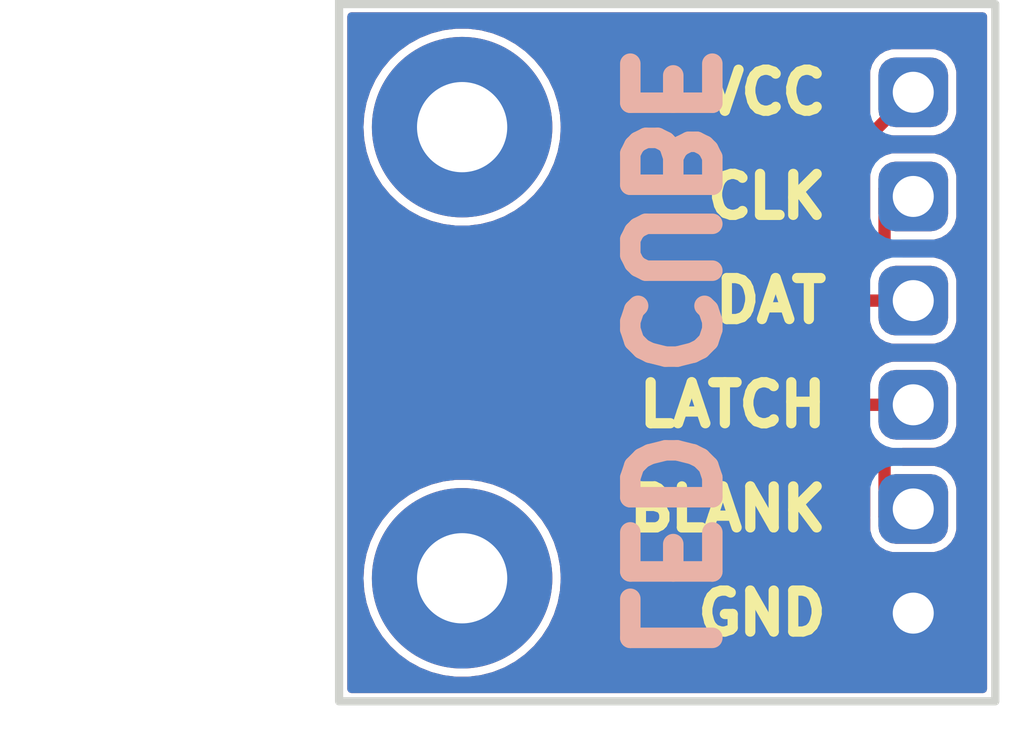
<source format=kicad_pcb>
(kicad_pcb (version 20210722) (generator pcbnew)
  (layers (0 "F.Cu" signal) (31 "B.Cu" signal) (34 "B.Paste" user) (35 "F.Paste" user) (36 "B.SilkS" user "B.Silkscreen") (37 "F.SilkS" user "F.Silkscreen") (38 "B.Mask" user) (39 "F.Mask" user) (44 "Edge.Cuts" user))
  (net 0 "")
  (net 1 "Net-(J1-Pad1)")
  (net 2 "Net-(J1-Pad2)")
  (net 3 "Net-(J1-Pad3)")
  (net 4 "Net-(J1-Pad4)")
  (net 5 "Net-(J1-Pad5)")
  (net 6 "Net-(J1-Pad6)")
  (footprint "breakout:5034800600" (layer "F.Cu") (at 117 97.5 -90)
    (fp_text reference "J2" hide)
    (fp_text value "MOLEX")
    (pad "1" smd rect locked (at -1.25 -1.4 270) (size 0.3 0.7) (layers "F.Cu" "F.Paste" "F.Mask") (net 1 "Net-(J1-Pad1)"))
    (pad "2" smd rect locked (at -0.75 -1.4 270) (size 0.3 0.7) (layers "F.Cu" "F.Paste" "F.Mask") (net 2 "Net-(J1-Pad2)"))
    (pad "3" smd rect locked (at -0.25 -1.4 270) (size 0.3 0.7) (layers "F.Cu" "F.Paste" "F.Mask") (net 3 "Net-(J1-Pad3)"))
    (pad "4" smd rect locked (at 0.25 -1.4 270) (size 0.3 0.7) (layers "F.Cu" "F.Paste" "F.Mask") (net 4 "Net-(J1-Pad4)"))
    (pad "5" smd rect locked (at 0.75 -1.4 270) (size 0.3 0.7) (layers "F.Cu" "F.Paste" "F.Mask") (net 5 "Net-(J1-Pad5)"))
    (pad "6" smd rect locked (at 1.25 -1.4 270) (size 0.3 0.7) (layers "F.Cu" "F.Paste" "F.Mask") (net 6 "Net-(J1-Pad6)"))
    (pad "SH" smd rect locked (at 2.04 1.25 270) (size 0.3 1) (layers "F.Cu" "F.Paste" "F.Mask") (net 6 "Net-(J1-Pad6)"))
    (pad "SH" smd rect locked (at -2.04 1.25 270) (size 0.3 1) (layers "F.Cu" "F.Paste" "F.Mask") (net 6 "Net-(J1-Pad6)"))
  )
  (footprint "MountingHole:MountingHole_2.2mm_M2_Pad" (layer "F.Cu") (at 117 103)
    (fp_text reference "REF**" hide)
    (fp_text value "MountingHole_2.2mm_M2_Pad")
    (pad "1" thru_hole circle locked (at 0 0) (size 4.4 4.4) (drill 2.2) (layers *.Cu *.Mask))
  )
  (footprint "Connector_PinHeader_2.54mm:PinHeader_1x06_P2.54mm_Vertical" (layer "F.Cu") (at 128 91.15)
    (fp_text reference "J1" hide)
    (fp_text value "Header")
    (pad "1" thru_hole roundrect locked (at 0 0) (size 1.7 1.7) (drill 1) (layers *.Cu *.Mask) (net 1 "Net-(J1-Pad1)"))
    (pad "2" thru_hole roundrect locked (at 0 2.54) (size 1.7 1.7) (drill 1) (layers *.Cu *.Mask) (net 2 "Net-(J1-Pad2)"))
    (pad "3" thru_hole roundrect locked (at 0 5.08) (size 1.7 1.7) (drill 1) (layers *.Cu *.Mask) (net 3 "Net-(J1-Pad3)"))
    (pad "4" thru_hole roundrect locked (at 0 7.62) (size 1.7 1.7) (drill 1) (layers *.Cu *.Mask) (net 4 "Net-(J1-Pad4)"))
    (pad "5" thru_hole roundrect locked (at 0 10.16) (size 1.7 1.7) (drill 1) (layers *.Cu *.Mask) (net 5 "Net-(J1-Pad5)"))
    (pad "6" thru_hole roundrect locked (at 0 12.7) (size 1.7 1.7) (drill 1) (layers *.Cu *.Mask) (net 6 "Net-(J1-Pad6)"))
  )
  (footprint "MountingHole:MountingHole_2.2mm_M2_Pad" (layer "F.Cu") (at 117 92)
    (fp_text reference "REF**" hide)
    (fp_text value "MountingHole_2.2mm_M2_Pad")
    (pad "1" thru_hole circle locked (at 0 0) (size 4.4 4.4) (drill 2.2) (layers *.Cu *.Mask))
  )
  (gr_rect (start 114 89) (end 130 106) (layer "Edge.Cuts") (width 0.2) (fill none))
  (gr_text "LED CUBE" (at 122 97.5 270) (layer "B.SilkS") (effects (font (size 2 2) (thickness 0.5)) (justify mirror)))
  (gr_text "VCC" (at 126 91.15) (layer "F.SilkS") (effects (font (size 1 1) (thickness 0.25)) (justify right)))
  (gr_text "LATCH" (at 126 98.77) (layer "F.SilkS") (effects (font (size 1 1) (thickness 0.25)) (justify right)))
  (gr_text "GND" (at 126 103.85) (layer "F.SilkS") (effects (font (size 1 1) (thickness 0.25)) (justify right)))
  (gr_text "CLK" (at 126 93.69) (layer "F.SilkS") (effects (font (size 1 1) (thickness 0.25)) (justify right)))
  (gr_text "DAT" (at 126 96.23) (layer "F.SilkS") (effects (font (size 1 1) (thickness 0.25)) (justify right)))
  (gr_text "BLANK" (at 126 101.31) (layer "F.SilkS") (effects (font (size 1 1) (thickness 0.25)) (justify right)))
  (segment (start 125.328236 96.25) (end 126.80048 94.777756) (width 0.3) (layer "F.Cu") (net 1))
  (segment (start 118.4 96.25) (end 125.328236 96.25) (width 0.3) (layer "F.Cu") (net 1))
  (segment (start 126.80048 94.777756) (end 126.80048 92.34952) (width 0.3) (layer "F.Cu") (net 1))
  (segment (start 126.80048 92.34952) (end 128 91.15) (width 0.3) (layer "F.Cu") (net 1))
  (segment (start 127.81 93.5) (end 128 93.69) (width 0.3) (layer "F.Cu") (net 2))
  (segment (start 125.535144 96.74952) (end 127.3 94.984663) (width 0.3) (layer "F.Cu") (net 2))
  (segment (start 127.3 94.984663) (end 127.299999 93.5) (width 0.3) (layer "F.Cu") (net 2))
  (segment (start 127.299999 93.5) (end 127.81 93.5) (width 0.3) (layer "F.Cu") (net 2))
  (segment (start 119.25048 96.74952) (end 125.535144 96.74952) (width 0.3) (layer "F.Cu") (net 2))
  (segment (start 119.25 96.75) (end 119.25048 96.74952) (width 0.3) (layer "F.Cu") (net 2))
  (segment (start 118.4 96.75) (end 119.25 96.75) (width 0.3) (layer "F.Cu") (net 2))
  (segment (start 125.741092 97.25) (end 126.761091 96.23) (width 0.3) (layer "F.Cu") (net 3))
  (segment (start 126.761091 96.23) (end 128 96.23) (width 0.3) (layer "F.Cu") (net 3))
  (segment (start 118.4 97.25) (end 125.741092 97.25) (width 0.3) (layer "F.Cu") (net 3))
  (segment (start 126.761091 98.77) (end 128 98.77) (width 0.3) (layer "F.Cu") (net 4))
  (segment (start 125.741092 97.75) (end 126.761091 98.77) (width 0.3) (layer "F.Cu") (net 4))
  (segment (start 118.4 97.75) (end 125.741092 97.75) (width 0.3) (layer "F.Cu") (net 4))
  (segment (start 127.299999 101.5) (end 127.81 101.5) (width 0.3) (layer "F.Cu") (net 5))
  (segment (start 127.81 101.5) (end 128 101.31) (width 0.3) (layer "F.Cu") (net 5))
  (segment (start 127.3 100.015337) (end 127.299999 101.5) (width 0.3) (layer "F.Cu") (net 5))
  (segment (start 118.4 98.25) (end 125.534664 98.25) (width 0.3) (layer "F.Cu") (net 5))
  (segment (start 125.534664 98.25) (end 127.3 100.015337) (width 0.3) (layer "F.Cu") (net 5))
  (segment (start 126.80048 102.65048) (end 128 103.85) (width 0.3) (layer "F.Cu") (net 6))
  (segment (start 118.4 98.75) (end 125.328236 98.75) (width 0.3) (layer "F.Cu") (net 6))
  (segment (start 125.328236 98.75) (end 126.80048 100.222244) (width 0.3) (layer "F.Cu") (net 6))
  (segment (start 126.80048 100.222244) (end 126.80048 102.65048) (width 0.3) (layer "F.Cu") (net 6))
  (zone (net 6) (net_name "Net-(J1-Pad6)") (layers F&B.Cu) (connect_pads yes (clearance 0.2)) (min_thickness 0.2) (fill yes (thermal_gap 0.508) (thermal_bridge_width 0.508))
    (polygon (pts (xy 130 106) (xy 114 106) (xy 114 89) (xy 130 89)))
  )
)
</source>
